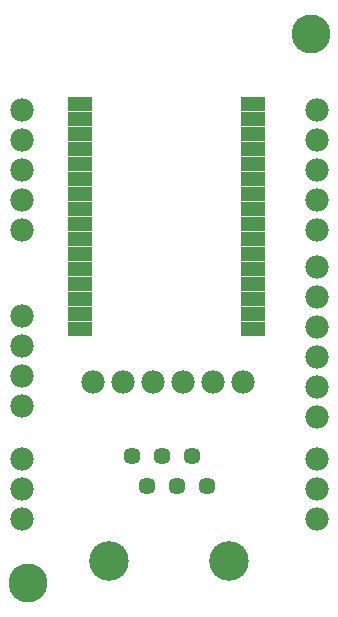
<source format=gbr>
G04 EAGLE Gerber RS-274X export*
G75*
%MOMM*%
%FSLAX34Y34*%
%LPD*%
%INSoldermask Top*%
%IPPOS*%
%AMOC8*
5,1,8,0,0,1.08239X$1,22.5*%
G01*
%ADD10R,2.001519X1.171703*%
%ADD11C,1.451600*%
%ADD12C,3.351600*%
%ADD13C,1.981200*%
%ADD14C,3.301600*%


D10*
X84800Y445740D03*
X84800Y331440D03*
X84800Y318740D03*
X84800Y306040D03*
X84800Y293340D03*
X84800Y280640D03*
X84800Y267940D03*
X84800Y255240D03*
X231200Y255240D03*
X231200Y267940D03*
X231200Y280640D03*
X84800Y433040D03*
X231200Y293340D03*
X231200Y306040D03*
X231200Y318740D03*
X231200Y331440D03*
X231200Y344140D03*
X231200Y356840D03*
X231200Y369540D03*
X231200Y382240D03*
X231200Y394940D03*
X231200Y407640D03*
X84800Y420340D03*
X231200Y420340D03*
X231200Y433040D03*
X231200Y445740D03*
X84800Y407640D03*
X84800Y394940D03*
X84800Y382240D03*
X84800Y369540D03*
X84800Y356840D03*
X84800Y344140D03*
D11*
X128250Y147100D03*
X153650Y147100D03*
X179050Y147100D03*
X140950Y121700D03*
X166350Y121700D03*
X191750Y121700D03*
D12*
X109200Y58200D03*
X210800Y58200D03*
D13*
X222000Y210000D03*
X196600Y210000D03*
X171200Y210000D03*
X145800Y210000D03*
X120400Y210000D03*
X95000Y210000D03*
X35000Y190000D03*
X35000Y215400D03*
X35000Y240800D03*
X35000Y266200D03*
X35000Y145000D03*
X35000Y119600D03*
X35000Y94200D03*
X35000Y440000D03*
X35000Y414600D03*
X35000Y389200D03*
X35000Y363800D03*
X35000Y338400D03*
X285000Y440000D03*
X285000Y414600D03*
X285000Y389200D03*
X285000Y363800D03*
X285000Y338400D03*
X285000Y145000D03*
X285000Y119600D03*
X285000Y94200D03*
X285000Y180000D03*
X285000Y205400D03*
X285000Y230800D03*
X285000Y256200D03*
X285000Y281600D03*
X285000Y307000D03*
D14*
X40000Y40000D03*
X280000Y505000D03*
M02*

</source>
